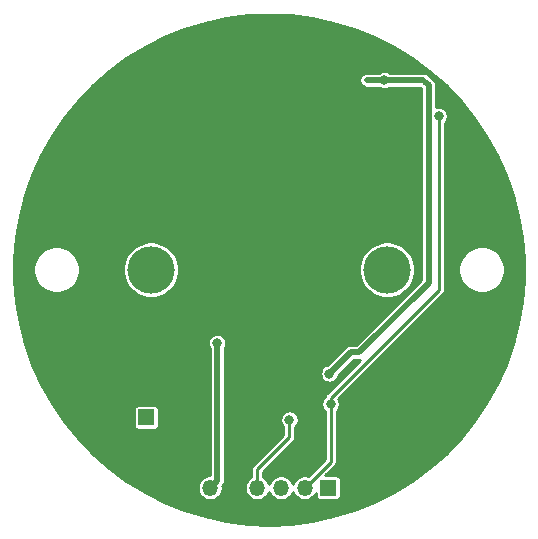
<source format=gbr>
%TF.GenerationSoftware,KiCad,Pcbnew,5.1.6+dfsg1-1*%
%TF.CreationDate,2020-11-19T10:40:28+01:00*%
%TF.ProjectId,buck_3a_v4,6275636b-5f33-4615-9f76-342e6b696361,rev?*%
%TF.SameCoordinates,Original*%
%TF.FileFunction,Copper,L2,Bot*%
%TF.FilePolarity,Positive*%
%FSLAX46Y46*%
G04 Gerber Fmt 4.6, Leading zero omitted, Abs format (unit mm)*
G04 Created by KiCad (PCBNEW 5.1.6+dfsg1-1) date 2020-11-19 10:40:28*
%MOMM*%
%LPD*%
G01*
G04 APERTURE LIST*
%TA.AperFunction,ComponentPad*%
%ADD10C,4.000000*%
%TD*%
%TA.AperFunction,ComponentPad*%
%ADD11O,1.350000X1.350000*%
%TD*%
%TA.AperFunction,ComponentPad*%
%ADD12R,1.350000X1.350000*%
%TD*%
%TA.AperFunction,ViaPad*%
%ADD13C,0.800000*%
%TD*%
%TA.AperFunction,Conductor*%
%ADD14C,0.250000*%
%TD*%
%TA.AperFunction,Conductor*%
%ADD15C,0.500000*%
%TD*%
%TA.AperFunction,Conductor*%
%ADD16C,0.254000*%
%TD*%
G04 APERTURE END LIST*
D10*
%TO.P,J1,1*%
%TO.N,Net-(C3-Pad1)*%
X60000000Y-50000000D03*
%TD*%
%TO.P,J2,1*%
%TO.N,Net-(J2-Pad1)*%
X40000000Y-50000000D03*
%TD*%
D11*
%TO.P,J5,6*%
%TO.N,+5V*%
X44996000Y-68466000D03*
%TO.P,J5,5*%
%TO.N,GND*%
X46996000Y-68466000D03*
%TO.P,J5,4*%
%TO.N,/LED*%
X48996000Y-68466000D03*
%TO.P,J5,3*%
%TO.N,/RESET*%
X50996000Y-68466000D03*
%TO.P,J5,2*%
%TO.N,/PWM*%
X52996000Y-68466000D03*
D12*
%TO.P,J5,1*%
%TO.N,/MODE*%
X54996000Y-68466000D03*
%TD*%
D11*
%TO.P,J4,2*%
%TO.N,GND*%
X39596000Y-64516000D03*
D12*
%TO.P,J4,1*%
%TO.N,/TMESS*%
X39596000Y-62516000D03*
%TD*%
D13*
%TO.N,GND*%
X62200000Y-35400000D03*
X55100000Y-35900000D03*
X55100000Y-37000000D03*
X55100000Y-38000000D03*
X55100000Y-39000000D03*
X54200000Y-39400000D03*
X53200000Y-39400000D03*
X44421000Y-62621000D03*
X60700000Y-56700000D03*
X49400000Y-49200000D03*
X48400000Y-49200000D03*
X47400000Y-49200000D03*
X37946002Y-55653998D03*
X61125000Y-38876151D03*
X43400000Y-55600000D03*
X60900000Y-35400000D03*
%TO.N,+5V*%
X59762653Y-33962653D03*
X55100000Y-58800000D03*
X45600002Y-56200000D03*
%TO.N,/LED*%
X51721000Y-62700000D03*
%TO.N,/PWM*%
X55200000Y-61400000D03*
X64350010Y-36985453D03*
%TD*%
D14*
%TO.N,+5V*%
X45600000Y-56200002D02*
X45600002Y-56200000D01*
D15*
X45600000Y-67862000D02*
X45600000Y-56200002D01*
X44996000Y-68466000D02*
X45600000Y-67862000D01*
X58262653Y-33962653D02*
X62379345Y-33962653D01*
D14*
X63062653Y-33962653D02*
X63200000Y-34100000D01*
D15*
X62379345Y-33962653D02*
X63062653Y-33962653D01*
X56900000Y-57000000D02*
X55100000Y-58800000D01*
X57600000Y-57000000D02*
X56900000Y-57000000D01*
X63500000Y-34400000D02*
X63500000Y-51100000D01*
X63500000Y-51100000D02*
X57600000Y-57000000D01*
X63200000Y-34100000D02*
X63500000Y-34400000D01*
D14*
%TO.N,/LED*%
X48996000Y-68466000D02*
X48996000Y-66904000D01*
X48996000Y-66904000D02*
X51700000Y-64200000D01*
X51700000Y-62721000D02*
X51721000Y-62700000D01*
X51700000Y-64200000D02*
X51700000Y-62721000D01*
%TO.N,/PWM*%
X55200000Y-66262000D02*
X52996000Y-68466000D01*
X55200000Y-61400000D02*
X55200000Y-66262000D01*
X64350010Y-51684305D02*
X64350010Y-36985453D01*
X55200000Y-60834315D02*
X64350010Y-51684305D01*
X55200000Y-61400000D02*
X55200000Y-60834315D01*
%TD*%
D16*
%TO.N,GND*%
G36*
X51831299Y-28483793D02*
G01*
X53649404Y-28716610D01*
X55441214Y-29102775D01*
X57193821Y-29639504D01*
X58894596Y-30322932D01*
X60531285Y-31148133D01*
X62092096Y-32109163D01*
X63565783Y-33199096D01*
X64941728Y-34410080D01*
X66210018Y-35733390D01*
X67361514Y-37159491D01*
X68387920Y-38678109D01*
X69281841Y-40278300D01*
X70036836Y-41948537D01*
X70647464Y-43676785D01*
X71109328Y-45450592D01*
X71419098Y-47257177D01*
X71574543Y-49083525D01*
X71574543Y-50916475D01*
X71419098Y-52742823D01*
X71109328Y-54549408D01*
X70647464Y-56323215D01*
X70036836Y-58051463D01*
X69281841Y-59721700D01*
X68387920Y-61321891D01*
X67361514Y-62840509D01*
X66210018Y-64266610D01*
X64941728Y-65589920D01*
X63565783Y-66800904D01*
X62092096Y-67890837D01*
X60531285Y-68851867D01*
X58894596Y-69677068D01*
X57193821Y-70360496D01*
X55441214Y-70897225D01*
X53649404Y-71283390D01*
X51831299Y-71516207D01*
X50000000Y-71594000D01*
X48168701Y-71516207D01*
X46350596Y-71283390D01*
X44558786Y-70897225D01*
X42806179Y-70360496D01*
X41105404Y-69677068D01*
X39468715Y-68851867D01*
X38673110Y-68361993D01*
X43940000Y-68361993D01*
X43940000Y-68570007D01*
X43980581Y-68774024D01*
X44060185Y-68966204D01*
X44175751Y-69139161D01*
X44322839Y-69286249D01*
X44495796Y-69401815D01*
X44687976Y-69481419D01*
X44891993Y-69522000D01*
X45100007Y-69522000D01*
X45304024Y-69481419D01*
X45496204Y-69401815D01*
X45669161Y-69286249D01*
X45816249Y-69139161D01*
X45931815Y-68966204D01*
X46011419Y-68774024D01*
X46052000Y-68570007D01*
X46052000Y-68361993D01*
X47940000Y-68361993D01*
X47940000Y-68570007D01*
X47980581Y-68774024D01*
X48060185Y-68966204D01*
X48175751Y-69139161D01*
X48322839Y-69286249D01*
X48495796Y-69401815D01*
X48687976Y-69481419D01*
X48891993Y-69522000D01*
X49100007Y-69522000D01*
X49304024Y-69481419D01*
X49496204Y-69401815D01*
X49669161Y-69286249D01*
X49816249Y-69139161D01*
X49931815Y-68966204D01*
X49996000Y-68811249D01*
X50060185Y-68966204D01*
X50175751Y-69139161D01*
X50322839Y-69286249D01*
X50495796Y-69401815D01*
X50687976Y-69481419D01*
X50891993Y-69522000D01*
X51100007Y-69522000D01*
X51304024Y-69481419D01*
X51496204Y-69401815D01*
X51669161Y-69286249D01*
X51816249Y-69139161D01*
X51931815Y-68966204D01*
X51996000Y-68811249D01*
X52060185Y-68966204D01*
X52175751Y-69139161D01*
X52322839Y-69286249D01*
X52495796Y-69401815D01*
X52687976Y-69481419D01*
X52891993Y-69522000D01*
X53100007Y-69522000D01*
X53304024Y-69481419D01*
X53496204Y-69401815D01*
X53669161Y-69286249D01*
X53816249Y-69139161D01*
X53931815Y-68966204D01*
X53938157Y-68950893D01*
X53938157Y-69141000D01*
X53945513Y-69215689D01*
X53967299Y-69287508D01*
X54002678Y-69353696D01*
X54050289Y-69411711D01*
X54108304Y-69459322D01*
X54174492Y-69494701D01*
X54246311Y-69516487D01*
X54321000Y-69523843D01*
X55671000Y-69523843D01*
X55745689Y-69516487D01*
X55817508Y-69494701D01*
X55883696Y-69459322D01*
X55941711Y-69411711D01*
X55989322Y-69353696D01*
X56024701Y-69287508D01*
X56046487Y-69215689D01*
X56053843Y-69141000D01*
X56053843Y-67791000D01*
X56046487Y-67716311D01*
X56024701Y-67644492D01*
X55989322Y-67578304D01*
X55941711Y-67520289D01*
X55883696Y-67472678D01*
X55817508Y-67437299D01*
X55745689Y-67415513D01*
X55671000Y-67408157D01*
X54769435Y-67408157D01*
X55540220Y-66637372D01*
X55559527Y-66621527D01*
X55622759Y-66544479D01*
X55669745Y-66456575D01*
X55698678Y-66361193D01*
X55706000Y-66286854D01*
X55708448Y-66262000D01*
X55706000Y-66237146D01*
X55706000Y-61998501D01*
X55806642Y-61897859D01*
X55892113Y-61769942D01*
X55950987Y-61627809D01*
X55981000Y-61476922D01*
X55981000Y-61323078D01*
X55950987Y-61172191D01*
X55892113Y-61030058D01*
X55823114Y-60926793D01*
X64690230Y-52059677D01*
X64709537Y-52043832D01*
X64772769Y-51966784D01*
X64819755Y-51878880D01*
X64848688Y-51783498D01*
X64856010Y-51709159D01*
X64856010Y-51709152D01*
X64858457Y-51684306D01*
X64856010Y-51659460D01*
X64856010Y-49804889D01*
X66019000Y-49804889D01*
X66019000Y-50195111D01*
X66095129Y-50577836D01*
X66244461Y-50938355D01*
X66461257Y-51262814D01*
X66737186Y-51538743D01*
X67061645Y-51755539D01*
X67422164Y-51904871D01*
X67804889Y-51981000D01*
X68195111Y-51981000D01*
X68577836Y-51904871D01*
X68938355Y-51755539D01*
X69262814Y-51538743D01*
X69538743Y-51262814D01*
X69755539Y-50938355D01*
X69904871Y-50577836D01*
X69981000Y-50195111D01*
X69981000Y-49804889D01*
X69904871Y-49422164D01*
X69755539Y-49061645D01*
X69538743Y-48737186D01*
X69262814Y-48461257D01*
X68938355Y-48244461D01*
X68577836Y-48095129D01*
X68195111Y-48019000D01*
X67804889Y-48019000D01*
X67422164Y-48095129D01*
X67061645Y-48244461D01*
X66737186Y-48461257D01*
X66461257Y-48737186D01*
X66244461Y-49061645D01*
X66095129Y-49422164D01*
X66019000Y-49804889D01*
X64856010Y-49804889D01*
X64856010Y-37583954D01*
X64956652Y-37483312D01*
X65042123Y-37355395D01*
X65100997Y-37213262D01*
X65131010Y-37062375D01*
X65131010Y-36908531D01*
X65100997Y-36757644D01*
X65042123Y-36615511D01*
X64956652Y-36487594D01*
X64847869Y-36378811D01*
X64719952Y-36293340D01*
X64577819Y-36234466D01*
X64426932Y-36204453D01*
X64273088Y-36204453D01*
X64131000Y-36232716D01*
X64131000Y-34430987D01*
X64134052Y-34399999D01*
X64131000Y-34369011D01*
X64131000Y-34369002D01*
X64121870Y-34276302D01*
X64085789Y-34157358D01*
X64027196Y-34047739D01*
X63948343Y-33951657D01*
X63924264Y-33931896D01*
X63624265Y-33631897D01*
X63572908Y-33589749D01*
X63510996Y-33514310D01*
X63414914Y-33435457D01*
X63305295Y-33376864D01*
X63186351Y-33340783D01*
X63093651Y-33331653D01*
X60224058Y-33331653D01*
X60132595Y-33270540D01*
X59990462Y-33211666D01*
X59839575Y-33181653D01*
X59685731Y-33181653D01*
X59534844Y-33211666D01*
X59392711Y-33270540D01*
X59301248Y-33331653D01*
X58231655Y-33331653D01*
X58138955Y-33340783D01*
X58020011Y-33376864D01*
X57910392Y-33435457D01*
X57814310Y-33514310D01*
X57735457Y-33610392D01*
X57676864Y-33720011D01*
X57640783Y-33838955D01*
X57628600Y-33962653D01*
X57640783Y-34086351D01*
X57676864Y-34205295D01*
X57735457Y-34314914D01*
X57814310Y-34410996D01*
X57910392Y-34489849D01*
X58020011Y-34548442D01*
X58138955Y-34584523D01*
X58231655Y-34593653D01*
X59301248Y-34593653D01*
X59392711Y-34654766D01*
X59534844Y-34713640D01*
X59685731Y-34743653D01*
X59839575Y-34743653D01*
X59990462Y-34713640D01*
X60132595Y-34654766D01*
X60224058Y-34593653D01*
X62801285Y-34593653D01*
X62869000Y-34661368D01*
X62869001Y-50838630D01*
X57338632Y-56369000D01*
X56930987Y-56369000D01*
X56899999Y-56365948D01*
X56869011Y-56369000D01*
X56869002Y-56369000D01*
X56776302Y-56378130D01*
X56657358Y-56414211D01*
X56547739Y-56472804D01*
X56451657Y-56551657D01*
X56431897Y-56575735D01*
X54980079Y-58027553D01*
X54872191Y-58049013D01*
X54730058Y-58107887D01*
X54602141Y-58193358D01*
X54493358Y-58302141D01*
X54407887Y-58430058D01*
X54349013Y-58572191D01*
X54319000Y-58723078D01*
X54319000Y-58876922D01*
X54349013Y-59027809D01*
X54407887Y-59169942D01*
X54493358Y-59297859D01*
X54602141Y-59406642D01*
X54730058Y-59492113D01*
X54872191Y-59550987D01*
X55023078Y-59581000D01*
X55176922Y-59581000D01*
X55327809Y-59550987D01*
X55469942Y-59492113D01*
X55597859Y-59406642D01*
X55706642Y-59297859D01*
X55792113Y-59169942D01*
X55850987Y-59027809D01*
X55872447Y-58919921D01*
X57161368Y-57631000D01*
X57569010Y-57631000D01*
X57600000Y-57634052D01*
X57630990Y-57631000D01*
X57630998Y-57631000D01*
X57693921Y-57624803D01*
X54859781Y-60458943D01*
X54840474Y-60474788D01*
X54777242Y-60551836D01*
X54752127Y-60598823D01*
X54730255Y-60639741D01*
X54701322Y-60735123D01*
X54694871Y-60800628D01*
X54593358Y-60902141D01*
X54507887Y-61030058D01*
X54449013Y-61172191D01*
X54419000Y-61323078D01*
X54419000Y-61476922D01*
X54449013Y-61627809D01*
X54507887Y-61769942D01*
X54593358Y-61897859D01*
X54694000Y-61998501D01*
X54694001Y-66052407D01*
X53297188Y-67449221D01*
X53100007Y-67410000D01*
X52891993Y-67410000D01*
X52687976Y-67450581D01*
X52495796Y-67530185D01*
X52322839Y-67645751D01*
X52175751Y-67792839D01*
X52060185Y-67965796D01*
X51996000Y-68120751D01*
X51931815Y-67965796D01*
X51816249Y-67792839D01*
X51669161Y-67645751D01*
X51496204Y-67530185D01*
X51304024Y-67450581D01*
X51100007Y-67410000D01*
X50891993Y-67410000D01*
X50687976Y-67450581D01*
X50495796Y-67530185D01*
X50322839Y-67645751D01*
X50175751Y-67792839D01*
X50060185Y-67965796D01*
X49996000Y-68120751D01*
X49931815Y-67965796D01*
X49816249Y-67792839D01*
X49669161Y-67645751D01*
X49502000Y-67534058D01*
X49502000Y-67113591D01*
X52040220Y-64575372D01*
X52059527Y-64559527D01*
X52122759Y-64482479D01*
X52169745Y-64394575D01*
X52198678Y-64299193D01*
X52206000Y-64224854D01*
X52206000Y-64224847D01*
X52208447Y-64200001D01*
X52206000Y-64175155D01*
X52206000Y-63315234D01*
X52218859Y-63306642D01*
X52327642Y-63197859D01*
X52413113Y-63069942D01*
X52471987Y-62927809D01*
X52502000Y-62776922D01*
X52502000Y-62623078D01*
X52471987Y-62472191D01*
X52413113Y-62330058D01*
X52327642Y-62202141D01*
X52218859Y-62093358D01*
X52090942Y-62007887D01*
X51948809Y-61949013D01*
X51797922Y-61919000D01*
X51644078Y-61919000D01*
X51493191Y-61949013D01*
X51351058Y-62007887D01*
X51223141Y-62093358D01*
X51114358Y-62202141D01*
X51028887Y-62330058D01*
X50970013Y-62472191D01*
X50940000Y-62623078D01*
X50940000Y-62776922D01*
X50970013Y-62927809D01*
X51028887Y-63069942D01*
X51114358Y-63197859D01*
X51194001Y-63277502D01*
X51194000Y-63990408D01*
X48655781Y-66528628D01*
X48636474Y-66544473D01*
X48573242Y-66621521D01*
X48573239Y-66621527D01*
X48526255Y-66709426D01*
X48497322Y-66804808D01*
X48487553Y-66904000D01*
X48490001Y-66928856D01*
X48490001Y-67534057D01*
X48322839Y-67645751D01*
X48175751Y-67792839D01*
X48060185Y-67965796D01*
X47980581Y-68157976D01*
X47940000Y-68361993D01*
X46052000Y-68361993D01*
X46042655Y-68315011D01*
X46048343Y-68310343D01*
X46127196Y-68214261D01*
X46185789Y-68104642D01*
X46221870Y-67985698D01*
X46231000Y-67892998D01*
X46231000Y-67892991D01*
X46234052Y-67862000D01*
X46231000Y-67831010D01*
X46231000Y-56661407D01*
X46292115Y-56569942D01*
X46350989Y-56427809D01*
X46381002Y-56276922D01*
X46381002Y-56123078D01*
X46350989Y-55972191D01*
X46292115Y-55830058D01*
X46206644Y-55702141D01*
X46097861Y-55593358D01*
X45969944Y-55507887D01*
X45827811Y-55449013D01*
X45676924Y-55419000D01*
X45523080Y-55419000D01*
X45372193Y-55449013D01*
X45230060Y-55507887D01*
X45102143Y-55593358D01*
X44993360Y-55702141D01*
X44907889Y-55830058D01*
X44849015Y-55972191D01*
X44819002Y-56123078D01*
X44819002Y-56276922D01*
X44849015Y-56427809D01*
X44907889Y-56569942D01*
X44969001Y-56661403D01*
X44969000Y-67410000D01*
X44891993Y-67410000D01*
X44687976Y-67450581D01*
X44495796Y-67530185D01*
X44322839Y-67645751D01*
X44175751Y-67792839D01*
X44060185Y-67965796D01*
X43980581Y-68157976D01*
X43940000Y-68361993D01*
X38673110Y-68361993D01*
X37907904Y-67890837D01*
X36434217Y-66800904D01*
X35058272Y-65589920D01*
X33789982Y-64266610D01*
X32638486Y-62840509D01*
X31962937Y-61841000D01*
X38538157Y-61841000D01*
X38538157Y-63191000D01*
X38545513Y-63265689D01*
X38567299Y-63337508D01*
X38602678Y-63403696D01*
X38650289Y-63461711D01*
X38708304Y-63509322D01*
X38774492Y-63544701D01*
X38846311Y-63566487D01*
X38921000Y-63573843D01*
X40271000Y-63573843D01*
X40345689Y-63566487D01*
X40417508Y-63544701D01*
X40483696Y-63509322D01*
X40541711Y-63461711D01*
X40589322Y-63403696D01*
X40624701Y-63337508D01*
X40646487Y-63265689D01*
X40653843Y-63191000D01*
X40653843Y-61841000D01*
X40646487Y-61766311D01*
X40624701Y-61694492D01*
X40589322Y-61628304D01*
X40541711Y-61570289D01*
X40483696Y-61522678D01*
X40417508Y-61487299D01*
X40345689Y-61465513D01*
X40271000Y-61458157D01*
X38921000Y-61458157D01*
X38846311Y-61465513D01*
X38774492Y-61487299D01*
X38708304Y-61522678D01*
X38650289Y-61570289D01*
X38602678Y-61628304D01*
X38567299Y-61694492D01*
X38545513Y-61766311D01*
X38538157Y-61841000D01*
X31962937Y-61841000D01*
X31612080Y-61321891D01*
X30718159Y-59721700D01*
X29963164Y-58051463D01*
X29352536Y-56323215D01*
X28890672Y-54549408D01*
X28580902Y-52742823D01*
X28425457Y-50916475D01*
X28425457Y-49804889D01*
X30019000Y-49804889D01*
X30019000Y-50195111D01*
X30095129Y-50577836D01*
X30244461Y-50938355D01*
X30461257Y-51262814D01*
X30737186Y-51538743D01*
X31061645Y-51755539D01*
X31422164Y-51904871D01*
X31804889Y-51981000D01*
X32195111Y-51981000D01*
X32577836Y-51904871D01*
X32938355Y-51755539D01*
X33262814Y-51538743D01*
X33538743Y-51262814D01*
X33755539Y-50938355D01*
X33904871Y-50577836D01*
X33981000Y-50195111D01*
X33981000Y-49804889D01*
X33973164Y-49765492D01*
X37619000Y-49765492D01*
X37619000Y-50234508D01*
X37710500Y-50694512D01*
X37889985Y-51127827D01*
X38150556Y-51517799D01*
X38482201Y-51849444D01*
X38872173Y-52110015D01*
X39305488Y-52289500D01*
X39765492Y-52381000D01*
X40234508Y-52381000D01*
X40694512Y-52289500D01*
X41127827Y-52110015D01*
X41517799Y-51849444D01*
X41849444Y-51517799D01*
X42110015Y-51127827D01*
X42289500Y-50694512D01*
X42381000Y-50234508D01*
X42381000Y-49765492D01*
X57619000Y-49765492D01*
X57619000Y-50234508D01*
X57710500Y-50694512D01*
X57889985Y-51127827D01*
X58150556Y-51517799D01*
X58482201Y-51849444D01*
X58872173Y-52110015D01*
X59305488Y-52289500D01*
X59765492Y-52381000D01*
X60234508Y-52381000D01*
X60694512Y-52289500D01*
X61127827Y-52110015D01*
X61517799Y-51849444D01*
X61849444Y-51517799D01*
X62110015Y-51127827D01*
X62289500Y-50694512D01*
X62381000Y-50234508D01*
X62381000Y-49765492D01*
X62289500Y-49305488D01*
X62110015Y-48872173D01*
X61849444Y-48482201D01*
X61517799Y-48150556D01*
X61127827Y-47889985D01*
X60694512Y-47710500D01*
X60234508Y-47619000D01*
X59765492Y-47619000D01*
X59305488Y-47710500D01*
X58872173Y-47889985D01*
X58482201Y-48150556D01*
X58150556Y-48482201D01*
X57889985Y-48872173D01*
X57710500Y-49305488D01*
X57619000Y-49765492D01*
X42381000Y-49765492D01*
X42289500Y-49305488D01*
X42110015Y-48872173D01*
X41849444Y-48482201D01*
X41517799Y-48150556D01*
X41127827Y-47889985D01*
X40694512Y-47710500D01*
X40234508Y-47619000D01*
X39765492Y-47619000D01*
X39305488Y-47710500D01*
X38872173Y-47889985D01*
X38482201Y-48150556D01*
X38150556Y-48482201D01*
X37889985Y-48872173D01*
X37710500Y-49305488D01*
X37619000Y-49765492D01*
X33973164Y-49765492D01*
X33904871Y-49422164D01*
X33755539Y-49061645D01*
X33538743Y-48737186D01*
X33262814Y-48461257D01*
X32938355Y-48244461D01*
X32577836Y-48095129D01*
X32195111Y-48019000D01*
X31804889Y-48019000D01*
X31422164Y-48095129D01*
X31061645Y-48244461D01*
X30737186Y-48461257D01*
X30461257Y-48737186D01*
X30244461Y-49061645D01*
X30095129Y-49422164D01*
X30019000Y-49804889D01*
X28425457Y-49804889D01*
X28425457Y-49083525D01*
X28580902Y-47257177D01*
X28890672Y-45450592D01*
X29352536Y-43676785D01*
X29963164Y-41948537D01*
X30718159Y-40278300D01*
X31612080Y-38678109D01*
X32638486Y-37159491D01*
X33789982Y-35733390D01*
X35058272Y-34410080D01*
X36434217Y-33199096D01*
X37907904Y-32109163D01*
X39468715Y-31148133D01*
X41105404Y-30322932D01*
X42806179Y-29639504D01*
X44558786Y-29102775D01*
X46350596Y-28716610D01*
X48168701Y-28483793D01*
X50000000Y-28406000D01*
X51831299Y-28483793D01*
G37*
X51831299Y-28483793D02*
X53649404Y-28716610D01*
X55441214Y-29102775D01*
X57193821Y-29639504D01*
X58894596Y-30322932D01*
X60531285Y-31148133D01*
X62092096Y-32109163D01*
X63565783Y-33199096D01*
X64941728Y-34410080D01*
X66210018Y-35733390D01*
X67361514Y-37159491D01*
X68387920Y-38678109D01*
X69281841Y-40278300D01*
X70036836Y-41948537D01*
X70647464Y-43676785D01*
X71109328Y-45450592D01*
X71419098Y-47257177D01*
X71574543Y-49083525D01*
X71574543Y-50916475D01*
X71419098Y-52742823D01*
X71109328Y-54549408D01*
X70647464Y-56323215D01*
X70036836Y-58051463D01*
X69281841Y-59721700D01*
X68387920Y-61321891D01*
X67361514Y-62840509D01*
X66210018Y-64266610D01*
X64941728Y-65589920D01*
X63565783Y-66800904D01*
X62092096Y-67890837D01*
X60531285Y-68851867D01*
X58894596Y-69677068D01*
X57193821Y-70360496D01*
X55441214Y-70897225D01*
X53649404Y-71283390D01*
X51831299Y-71516207D01*
X50000000Y-71594000D01*
X48168701Y-71516207D01*
X46350596Y-71283390D01*
X44558786Y-70897225D01*
X42806179Y-70360496D01*
X41105404Y-69677068D01*
X39468715Y-68851867D01*
X38673110Y-68361993D01*
X43940000Y-68361993D01*
X43940000Y-68570007D01*
X43980581Y-68774024D01*
X44060185Y-68966204D01*
X44175751Y-69139161D01*
X44322839Y-69286249D01*
X44495796Y-69401815D01*
X44687976Y-69481419D01*
X44891993Y-69522000D01*
X45100007Y-69522000D01*
X45304024Y-69481419D01*
X45496204Y-69401815D01*
X45669161Y-69286249D01*
X45816249Y-69139161D01*
X45931815Y-68966204D01*
X46011419Y-68774024D01*
X46052000Y-68570007D01*
X46052000Y-68361993D01*
X47940000Y-68361993D01*
X47940000Y-68570007D01*
X47980581Y-68774024D01*
X48060185Y-68966204D01*
X48175751Y-69139161D01*
X48322839Y-69286249D01*
X48495796Y-69401815D01*
X48687976Y-69481419D01*
X48891993Y-69522000D01*
X49100007Y-69522000D01*
X49304024Y-69481419D01*
X49496204Y-69401815D01*
X49669161Y-69286249D01*
X49816249Y-69139161D01*
X49931815Y-68966204D01*
X49996000Y-68811249D01*
X50060185Y-68966204D01*
X50175751Y-69139161D01*
X50322839Y-69286249D01*
X50495796Y-69401815D01*
X50687976Y-69481419D01*
X50891993Y-69522000D01*
X51100007Y-69522000D01*
X51304024Y-69481419D01*
X51496204Y-69401815D01*
X51669161Y-69286249D01*
X51816249Y-69139161D01*
X51931815Y-68966204D01*
X51996000Y-68811249D01*
X52060185Y-68966204D01*
X52175751Y-69139161D01*
X52322839Y-69286249D01*
X52495796Y-69401815D01*
X52687976Y-69481419D01*
X52891993Y-69522000D01*
X53100007Y-69522000D01*
X53304024Y-69481419D01*
X53496204Y-69401815D01*
X53669161Y-69286249D01*
X53816249Y-69139161D01*
X53931815Y-68966204D01*
X53938157Y-68950893D01*
X53938157Y-69141000D01*
X53945513Y-69215689D01*
X53967299Y-69287508D01*
X54002678Y-69353696D01*
X54050289Y-69411711D01*
X54108304Y-69459322D01*
X54174492Y-69494701D01*
X54246311Y-69516487D01*
X54321000Y-69523843D01*
X55671000Y-69523843D01*
X55745689Y-69516487D01*
X55817508Y-69494701D01*
X55883696Y-69459322D01*
X55941711Y-69411711D01*
X55989322Y-69353696D01*
X56024701Y-69287508D01*
X56046487Y-69215689D01*
X56053843Y-69141000D01*
X56053843Y-67791000D01*
X56046487Y-67716311D01*
X56024701Y-67644492D01*
X55989322Y-67578304D01*
X55941711Y-67520289D01*
X55883696Y-67472678D01*
X55817508Y-67437299D01*
X55745689Y-67415513D01*
X55671000Y-67408157D01*
X54769435Y-67408157D01*
X55540220Y-66637372D01*
X55559527Y-66621527D01*
X55622759Y-66544479D01*
X55669745Y-66456575D01*
X55698678Y-66361193D01*
X55706000Y-66286854D01*
X55708448Y-66262000D01*
X55706000Y-66237146D01*
X55706000Y-61998501D01*
X55806642Y-61897859D01*
X55892113Y-61769942D01*
X55950987Y-61627809D01*
X55981000Y-61476922D01*
X55981000Y-61323078D01*
X55950987Y-61172191D01*
X55892113Y-61030058D01*
X55823114Y-60926793D01*
X64690230Y-52059677D01*
X64709537Y-52043832D01*
X64772769Y-51966784D01*
X64819755Y-51878880D01*
X64848688Y-51783498D01*
X64856010Y-51709159D01*
X64856010Y-51709152D01*
X64858457Y-51684306D01*
X64856010Y-51659460D01*
X64856010Y-49804889D01*
X66019000Y-49804889D01*
X66019000Y-50195111D01*
X66095129Y-50577836D01*
X66244461Y-50938355D01*
X66461257Y-51262814D01*
X66737186Y-51538743D01*
X67061645Y-51755539D01*
X67422164Y-51904871D01*
X67804889Y-51981000D01*
X68195111Y-51981000D01*
X68577836Y-51904871D01*
X68938355Y-51755539D01*
X69262814Y-51538743D01*
X69538743Y-51262814D01*
X69755539Y-50938355D01*
X69904871Y-50577836D01*
X69981000Y-50195111D01*
X69981000Y-49804889D01*
X69904871Y-49422164D01*
X69755539Y-49061645D01*
X69538743Y-48737186D01*
X69262814Y-48461257D01*
X68938355Y-48244461D01*
X68577836Y-48095129D01*
X68195111Y-48019000D01*
X67804889Y-48019000D01*
X67422164Y-48095129D01*
X67061645Y-48244461D01*
X66737186Y-48461257D01*
X66461257Y-48737186D01*
X66244461Y-49061645D01*
X66095129Y-49422164D01*
X66019000Y-49804889D01*
X64856010Y-49804889D01*
X64856010Y-37583954D01*
X64956652Y-37483312D01*
X65042123Y-37355395D01*
X65100997Y-37213262D01*
X65131010Y-37062375D01*
X65131010Y-36908531D01*
X65100997Y-36757644D01*
X65042123Y-36615511D01*
X64956652Y-36487594D01*
X64847869Y-36378811D01*
X64719952Y-36293340D01*
X64577819Y-36234466D01*
X64426932Y-36204453D01*
X64273088Y-36204453D01*
X64131000Y-36232716D01*
X64131000Y-34430987D01*
X64134052Y-34399999D01*
X64131000Y-34369011D01*
X64131000Y-34369002D01*
X64121870Y-34276302D01*
X64085789Y-34157358D01*
X64027196Y-34047739D01*
X63948343Y-33951657D01*
X63924264Y-33931896D01*
X63624265Y-33631897D01*
X63572908Y-33589749D01*
X63510996Y-33514310D01*
X63414914Y-33435457D01*
X63305295Y-33376864D01*
X63186351Y-33340783D01*
X63093651Y-33331653D01*
X60224058Y-33331653D01*
X60132595Y-33270540D01*
X59990462Y-33211666D01*
X59839575Y-33181653D01*
X59685731Y-33181653D01*
X59534844Y-33211666D01*
X59392711Y-33270540D01*
X59301248Y-33331653D01*
X58231655Y-33331653D01*
X58138955Y-33340783D01*
X58020011Y-33376864D01*
X57910392Y-33435457D01*
X57814310Y-33514310D01*
X57735457Y-33610392D01*
X57676864Y-33720011D01*
X57640783Y-33838955D01*
X57628600Y-33962653D01*
X57640783Y-34086351D01*
X57676864Y-34205295D01*
X57735457Y-34314914D01*
X57814310Y-34410996D01*
X57910392Y-34489849D01*
X58020011Y-34548442D01*
X58138955Y-34584523D01*
X58231655Y-34593653D01*
X59301248Y-34593653D01*
X59392711Y-34654766D01*
X59534844Y-34713640D01*
X59685731Y-34743653D01*
X59839575Y-34743653D01*
X59990462Y-34713640D01*
X60132595Y-34654766D01*
X60224058Y-34593653D01*
X62801285Y-34593653D01*
X62869000Y-34661368D01*
X62869001Y-50838630D01*
X57338632Y-56369000D01*
X56930987Y-56369000D01*
X56899999Y-56365948D01*
X56869011Y-56369000D01*
X56869002Y-56369000D01*
X56776302Y-56378130D01*
X56657358Y-56414211D01*
X56547739Y-56472804D01*
X56451657Y-56551657D01*
X56431897Y-56575735D01*
X54980079Y-58027553D01*
X54872191Y-58049013D01*
X54730058Y-58107887D01*
X54602141Y-58193358D01*
X54493358Y-58302141D01*
X54407887Y-58430058D01*
X54349013Y-58572191D01*
X54319000Y-58723078D01*
X54319000Y-58876922D01*
X54349013Y-59027809D01*
X54407887Y-59169942D01*
X54493358Y-59297859D01*
X54602141Y-59406642D01*
X54730058Y-59492113D01*
X54872191Y-59550987D01*
X55023078Y-59581000D01*
X55176922Y-59581000D01*
X55327809Y-59550987D01*
X55469942Y-59492113D01*
X55597859Y-59406642D01*
X55706642Y-59297859D01*
X55792113Y-59169942D01*
X55850987Y-59027809D01*
X55872447Y-58919921D01*
X57161368Y-57631000D01*
X57569010Y-57631000D01*
X57600000Y-57634052D01*
X57630990Y-57631000D01*
X57630998Y-57631000D01*
X57693921Y-57624803D01*
X54859781Y-60458943D01*
X54840474Y-60474788D01*
X54777242Y-60551836D01*
X54752127Y-60598823D01*
X54730255Y-60639741D01*
X54701322Y-60735123D01*
X54694871Y-60800628D01*
X54593358Y-60902141D01*
X54507887Y-61030058D01*
X54449013Y-61172191D01*
X54419000Y-61323078D01*
X54419000Y-61476922D01*
X54449013Y-61627809D01*
X54507887Y-61769942D01*
X54593358Y-61897859D01*
X54694000Y-61998501D01*
X54694001Y-66052407D01*
X53297188Y-67449221D01*
X53100007Y-67410000D01*
X52891993Y-67410000D01*
X52687976Y-67450581D01*
X52495796Y-67530185D01*
X52322839Y-67645751D01*
X52175751Y-67792839D01*
X52060185Y-67965796D01*
X51996000Y-68120751D01*
X51931815Y-67965796D01*
X51816249Y-67792839D01*
X51669161Y-67645751D01*
X51496204Y-67530185D01*
X51304024Y-67450581D01*
X51100007Y-67410000D01*
X50891993Y-67410000D01*
X50687976Y-67450581D01*
X50495796Y-67530185D01*
X50322839Y-67645751D01*
X50175751Y-67792839D01*
X50060185Y-67965796D01*
X49996000Y-68120751D01*
X49931815Y-67965796D01*
X49816249Y-67792839D01*
X49669161Y-67645751D01*
X49502000Y-67534058D01*
X49502000Y-67113591D01*
X52040220Y-64575372D01*
X52059527Y-64559527D01*
X52122759Y-64482479D01*
X52169745Y-64394575D01*
X52198678Y-64299193D01*
X52206000Y-64224854D01*
X52206000Y-64224847D01*
X52208447Y-64200001D01*
X52206000Y-64175155D01*
X52206000Y-63315234D01*
X52218859Y-63306642D01*
X52327642Y-63197859D01*
X52413113Y-63069942D01*
X52471987Y-62927809D01*
X52502000Y-62776922D01*
X52502000Y-62623078D01*
X52471987Y-62472191D01*
X52413113Y-62330058D01*
X52327642Y-62202141D01*
X52218859Y-62093358D01*
X52090942Y-62007887D01*
X51948809Y-61949013D01*
X51797922Y-61919000D01*
X51644078Y-61919000D01*
X51493191Y-61949013D01*
X51351058Y-62007887D01*
X51223141Y-62093358D01*
X51114358Y-62202141D01*
X51028887Y-62330058D01*
X50970013Y-62472191D01*
X50940000Y-62623078D01*
X50940000Y-62776922D01*
X50970013Y-62927809D01*
X51028887Y-63069942D01*
X51114358Y-63197859D01*
X51194001Y-63277502D01*
X51194000Y-63990408D01*
X48655781Y-66528628D01*
X48636474Y-66544473D01*
X48573242Y-66621521D01*
X48573239Y-66621527D01*
X48526255Y-66709426D01*
X48497322Y-66804808D01*
X48487553Y-66904000D01*
X48490001Y-66928856D01*
X48490001Y-67534057D01*
X48322839Y-67645751D01*
X48175751Y-67792839D01*
X48060185Y-67965796D01*
X47980581Y-68157976D01*
X47940000Y-68361993D01*
X46052000Y-68361993D01*
X46042655Y-68315011D01*
X46048343Y-68310343D01*
X46127196Y-68214261D01*
X46185789Y-68104642D01*
X46221870Y-67985698D01*
X46231000Y-67892998D01*
X46231000Y-67892991D01*
X46234052Y-67862000D01*
X46231000Y-67831010D01*
X46231000Y-56661407D01*
X46292115Y-56569942D01*
X46350989Y-56427809D01*
X46381002Y-56276922D01*
X46381002Y-56123078D01*
X46350989Y-55972191D01*
X46292115Y-55830058D01*
X46206644Y-55702141D01*
X46097861Y-55593358D01*
X45969944Y-55507887D01*
X45827811Y-55449013D01*
X45676924Y-55419000D01*
X45523080Y-55419000D01*
X45372193Y-55449013D01*
X45230060Y-55507887D01*
X45102143Y-55593358D01*
X44993360Y-55702141D01*
X44907889Y-55830058D01*
X44849015Y-55972191D01*
X44819002Y-56123078D01*
X44819002Y-56276922D01*
X44849015Y-56427809D01*
X44907889Y-56569942D01*
X44969001Y-56661403D01*
X44969000Y-67410000D01*
X44891993Y-67410000D01*
X44687976Y-67450581D01*
X44495796Y-67530185D01*
X44322839Y-67645751D01*
X44175751Y-67792839D01*
X44060185Y-67965796D01*
X43980581Y-68157976D01*
X43940000Y-68361993D01*
X38673110Y-68361993D01*
X37907904Y-67890837D01*
X36434217Y-66800904D01*
X35058272Y-65589920D01*
X33789982Y-64266610D01*
X32638486Y-62840509D01*
X31962937Y-61841000D01*
X38538157Y-61841000D01*
X38538157Y-63191000D01*
X38545513Y-63265689D01*
X38567299Y-63337508D01*
X38602678Y-63403696D01*
X38650289Y-63461711D01*
X38708304Y-63509322D01*
X38774492Y-63544701D01*
X38846311Y-63566487D01*
X38921000Y-63573843D01*
X40271000Y-63573843D01*
X40345689Y-63566487D01*
X40417508Y-63544701D01*
X40483696Y-63509322D01*
X40541711Y-63461711D01*
X40589322Y-63403696D01*
X40624701Y-63337508D01*
X40646487Y-63265689D01*
X40653843Y-63191000D01*
X40653843Y-61841000D01*
X40646487Y-61766311D01*
X40624701Y-61694492D01*
X40589322Y-61628304D01*
X40541711Y-61570289D01*
X40483696Y-61522678D01*
X40417508Y-61487299D01*
X40345689Y-61465513D01*
X40271000Y-61458157D01*
X38921000Y-61458157D01*
X38846311Y-61465513D01*
X38774492Y-61487299D01*
X38708304Y-61522678D01*
X38650289Y-61570289D01*
X38602678Y-61628304D01*
X38567299Y-61694492D01*
X38545513Y-61766311D01*
X38538157Y-61841000D01*
X31962937Y-61841000D01*
X31612080Y-61321891D01*
X30718159Y-59721700D01*
X29963164Y-58051463D01*
X29352536Y-56323215D01*
X28890672Y-54549408D01*
X28580902Y-52742823D01*
X28425457Y-50916475D01*
X28425457Y-49804889D01*
X30019000Y-49804889D01*
X30019000Y-50195111D01*
X30095129Y-50577836D01*
X30244461Y-50938355D01*
X30461257Y-51262814D01*
X30737186Y-51538743D01*
X31061645Y-51755539D01*
X31422164Y-51904871D01*
X31804889Y-51981000D01*
X32195111Y-51981000D01*
X32577836Y-51904871D01*
X32938355Y-51755539D01*
X33262814Y-51538743D01*
X33538743Y-51262814D01*
X33755539Y-50938355D01*
X33904871Y-50577836D01*
X33981000Y-50195111D01*
X33981000Y-49804889D01*
X33973164Y-49765492D01*
X37619000Y-49765492D01*
X37619000Y-50234508D01*
X37710500Y-50694512D01*
X37889985Y-51127827D01*
X38150556Y-51517799D01*
X38482201Y-51849444D01*
X38872173Y-52110015D01*
X39305488Y-52289500D01*
X39765492Y-52381000D01*
X40234508Y-52381000D01*
X40694512Y-52289500D01*
X41127827Y-52110015D01*
X41517799Y-51849444D01*
X41849444Y-51517799D01*
X42110015Y-51127827D01*
X42289500Y-50694512D01*
X42381000Y-50234508D01*
X42381000Y-49765492D01*
X57619000Y-49765492D01*
X57619000Y-50234508D01*
X57710500Y-50694512D01*
X57889985Y-51127827D01*
X58150556Y-51517799D01*
X58482201Y-51849444D01*
X58872173Y-52110015D01*
X59305488Y-52289500D01*
X59765492Y-52381000D01*
X60234508Y-52381000D01*
X60694512Y-52289500D01*
X61127827Y-52110015D01*
X61517799Y-51849444D01*
X61849444Y-51517799D01*
X62110015Y-51127827D01*
X62289500Y-50694512D01*
X62381000Y-50234508D01*
X62381000Y-49765492D01*
X62289500Y-49305488D01*
X62110015Y-48872173D01*
X61849444Y-48482201D01*
X61517799Y-48150556D01*
X61127827Y-47889985D01*
X60694512Y-47710500D01*
X60234508Y-47619000D01*
X59765492Y-47619000D01*
X59305488Y-47710500D01*
X58872173Y-47889985D01*
X58482201Y-48150556D01*
X58150556Y-48482201D01*
X57889985Y-48872173D01*
X57710500Y-49305488D01*
X57619000Y-49765492D01*
X42381000Y-49765492D01*
X42289500Y-49305488D01*
X42110015Y-48872173D01*
X41849444Y-48482201D01*
X41517799Y-48150556D01*
X41127827Y-47889985D01*
X40694512Y-47710500D01*
X40234508Y-47619000D01*
X39765492Y-47619000D01*
X39305488Y-47710500D01*
X38872173Y-47889985D01*
X38482201Y-48150556D01*
X38150556Y-48482201D01*
X37889985Y-48872173D01*
X37710500Y-49305488D01*
X37619000Y-49765492D01*
X33973164Y-49765492D01*
X33904871Y-49422164D01*
X33755539Y-49061645D01*
X33538743Y-48737186D01*
X33262814Y-48461257D01*
X32938355Y-48244461D01*
X32577836Y-48095129D01*
X32195111Y-48019000D01*
X31804889Y-48019000D01*
X31422164Y-48095129D01*
X31061645Y-48244461D01*
X30737186Y-48461257D01*
X30461257Y-48737186D01*
X30244461Y-49061645D01*
X30095129Y-49422164D01*
X30019000Y-49804889D01*
X28425457Y-49804889D01*
X28425457Y-49083525D01*
X28580902Y-47257177D01*
X28890672Y-45450592D01*
X29352536Y-43676785D01*
X29963164Y-41948537D01*
X30718159Y-40278300D01*
X31612080Y-38678109D01*
X32638486Y-37159491D01*
X33789982Y-35733390D01*
X35058272Y-34410080D01*
X36434217Y-33199096D01*
X37907904Y-32109163D01*
X39468715Y-31148133D01*
X41105404Y-30322932D01*
X42806179Y-29639504D01*
X44558786Y-29102775D01*
X46350596Y-28716610D01*
X48168701Y-28483793D01*
X50000000Y-28406000D01*
X51831299Y-28483793D01*
%TD*%
M02*

</source>
